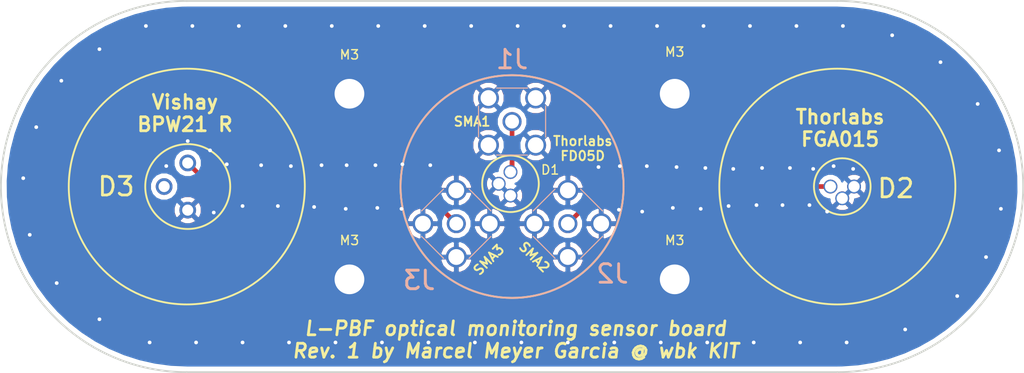
<source format=kicad_pcb>
(kicad_pcb (version 20171130) (host pcbnew 5.0.2-bee76a0~70~ubuntu18.04.1)

  (general
    (thickness 1.6)
    (drawings 15)
    (tracks 93)
    (zones 0)
    (modules 10)
    (nets 5)
  )

  (page A4)
  (layers
    (0 F.Cu signal hide)
    (31 B.Cu signal hide)
    (32 B.Adhes user)
    (33 F.Adhes user)
    (34 B.Paste user)
    (35 F.Paste user)
    (36 B.SilkS user)
    (37 F.SilkS user)
    (38 B.Mask user)
    (39 F.Mask user)
    (40 Dwgs.User user)
    (41 Cmts.User user)
    (42 Eco1.User user)
    (43 Eco2.User user)
    (44 Edge.Cuts user)
    (45 Margin user)
    (46 B.CrtYd user)
    (47 F.CrtYd user)
    (48 B.Fab user)
    (49 F.Fab user)
  )

  (setup
    (last_trace_width 0.25)
    (user_trace_width 0.5)
    (user_trace_width 1)
    (user_trace_width 2)
    (trace_clearance 0.2)
    (zone_clearance 0.508)
    (zone_45_only no)
    (trace_min 0.2)
    (segment_width 0.2)
    (edge_width 0.2)
    (via_size 0.8)
    (via_drill 0.4)
    (via_min_size 0.4)
    (via_min_drill 0.3)
    (uvia_size 0.3)
    (uvia_drill 0.1)
    (uvias_allowed no)
    (uvia_min_size 0.3)
    (uvia_min_drill 0.1)
    (pcb_text_width 0.3)
    (pcb_text_size 1.5 1.5)
    (mod_edge_width 0.15)
    (mod_text_size 1 1)
    (mod_text_width 0.15)
    (pad_size 6.4 6.4)
    (pad_drill 3.2)
    (pad_to_mask_clearance 0.051)
    (solder_mask_min_width 0.25)
    (aux_axis_origin 0 0)
    (visible_elements FFFFFF7F)
    (pcbplotparams
      (layerselection 0x010fc_ffffffff)
      (usegerberextensions false)
      (usegerberattributes false)
      (usegerberadvancedattributes false)
      (creategerberjobfile false)
      (excludeedgelayer true)
      (linewidth 0.100000)
      (plotframeref false)
      (viasonmask false)
      (mode 1)
      (useauxorigin false)
      (hpglpennumber 1)
      (hpglpenspeed 20)
      (hpglpendiameter 15.000000)
      (psnegative false)
      (psa4output false)
      (plotreference true)
      (plotvalue true)
      (plotinvisibletext false)
      (padsonsilk false)
      (subtractmaskfromsilk false)
      (outputformat 1)
      (mirror false)
      (drillshape 1)
      (scaleselection 1)
      (outputdirectory ""))
  )

  (net 0 "")
  (net 1 "Net-(D1-Pad1)")
  (net 2 GND)
  (net 3 "Net-(D2-Pad1)")
  (net 4 "Net-(D3-Pad1)")

  (net_class Default "This is the default net class."
    (clearance 0.2)
    (trace_width 0.25)
    (via_dia 0.8)
    (via_drill 0.4)
    (uvia_dia 0.3)
    (uvia_drill 0.1)
    (add_net GND)
    (add_net "Net-(D1-Pad1)")
    (add_net "Net-(D2-Pad1)")
    (add_net "Net-(D3-Pad1)")
  )

  (module my_components:STO5P_TO-5_SOCKET (layer F.Cu) (tedit 5DCC05DE) (tstamp 5DE42BB5)
    (at 100.1 100 90)
    (descr https://www.thorlabs.de/thorproduct.cfm?partnumber=STO5P)
    (path /5DCC0001)
    (fp_text reference D3 (at 0 -7.7 180) (layer F.SilkS)
      (effects (font (size 2 2) (thickness 0.3)))
    )
    (fp_text value STO5P_TO-5_SOCKET (at 0.8 6.6 90) (layer F.Fab)
      (effects (font (size 1 1) (thickness 0.15)))
    )
    (fp_circle (center 0 0) (end 4.572 0) (layer F.SilkS) (width 0.2))
    (pad 3 thru_hole circle (at 0 -2.54 90) (size 1.8 1.8) (drill 1.2) (layers *.Cu *.Mask))
    (pad 1 thru_hole circle (at 2.54 0 90) (size 1.8 1.8) (drill 1.2) (layers *.Cu *.Mask)
      (net 4 "Net-(D3-Pad1)"))
    (pad 2 thru_hole circle (at -2.54 0 90) (size 1.8 1.8) (drill 1.2) (layers *.Cu *.Mask)
      (net 2 GND))
    (model /home/marcel/PCB/my_components.pretty/STO5P-Step.step
      (offset (xyz -1.3 -0.25 1.2))
      (scale (xyz 1 1 1))
      (rotate (xyz -90 0 180))
    )
    (model /home/marcel/PCB/my_components.pretty/BPW21R_Vishay.step
      (offset (xyz 0 0 3.5))
      (scale (xyz 1 1 1))
      (rotate (xyz 0 0 -90))
    )
  )

  (module my_components:STO46P_TO-18_SOCKET (layer F.Cu) (tedit 5DCC05F5) (tstamp 5DE42BAE)
    (at 170.53 100 180)
    (descr https://www.thorlabs.de/thorproduct.cfm?partnumber=STO46P)
    (path /5DCBFE74)
    (fp_text reference D2 (at -5.77 -0.2 180) (layer F.SilkS)
      (effects (font (size 2 2) (thickness 0.3)))
    )
    (fp_text value STO46P_TO-18_SOCKET (at 0.5 7.5 180) (layer F.Fab)
      (effects (font (size 1 1) (thickness 0.15)))
    )
    (fp_circle (center 0 0) (end 3.048 0) (layer F.SilkS) (width 0.2))
    (pad 3 thru_hole circle (at 0 -1.27 180) (size 1.5 1.5) (drill 1.2) (layers *.Cu *.Mask)
      (net 2 GND))
    (pad 1 thru_hole circle (at 1.27 0 180) (size 1.5 1.5) (drill 1.2) (layers *.Cu *.Mask)
      (net 3 "Net-(D2-Pad1)"))
    (pad 2 thru_hole circle (at -1.27 0 180) (size 1.5 1.5) (drill 1.2) (layers *.Cu *.Mask)
      (net 2 GND))
    (model /home/marcel/PCB/my_components.pretty/STO46P-Step.step
      (offset (xyz -0.75 0 1.1))
      (scale (xyz 1 1 1))
      (rotate (xyz -90 0 180))
    )
    (model /home/marcel/PCB/my_components.pretty/FGA015-Step.step
      (offset (xyz 0 0 3.5))
      (scale (xyz 1 1 1))
      (rotate (xyz -90 0 90))
    )
  )

  (module my_components:STO46P_TO-18_SOCKET (layer F.Cu) (tedit 5DCBFB61) (tstamp 5DE42BA7)
    (at 134.83 99.7 90)
    (descr https://www.thorlabs.de/thorproduct.cfm?partnumber=STO46P)
    (path /5DCBFC4C)
    (fp_text reference D1 (at 1.5 4.27 180) (layer F.SilkS)
      (effects (font (size 1 1) (thickness 0.15)))
    )
    (fp_text value STO46P_TO-18_SOCKET (at 0.5 7.5 90) (layer F.Fab)
      (effects (font (size 1 1) (thickness 0.15)))
    )
    (fp_circle (center 0 0) (end 3.048 0) (layer F.SilkS) (width 0.2))
    (pad 3 thru_hole circle (at 0 -1.27 90) (size 1.5 1.5) (drill 1.2) (layers *.Cu *.Mask)
      (net 2 GND))
    (pad 1 thru_hole circle (at 1.27 0 90) (size 1.5 1.5) (drill 1.2) (layers *.Cu *.Mask)
      (net 1 "Net-(D1-Pad1)"))
    (pad 2 thru_hole circle (at -1.27 0 90) (size 1.5 1.5) (drill 1.2) (layers *.Cu *.Mask)
      (net 2 GND))
    (model /home/marcel/PCB/my_components.pretty/STO46P-Step.step
      (offset (xyz -0.75 0 1.1))
      (scale (xyz 1 1 1))
      (rotate (xyz -90 0 180))
    )
    (model /home/marcel/PCB/my_components.pretty/FD05D-Step.step
      (offset (xyz 0 0 3.5))
      (scale (xyz 1 1 1))
      (rotate (xyz -90 0 45))
    )
  )

  (module MountingHole:MountingHole_3.2mm_M3_Pad (layer F.Cu) (tedit 5DCC06A7) (tstamp 5DC54261)
    (at 117.5 110)
    (descr "Mounting Hole 3.2mm, M3")
    (tags "mounting hole 3.2mm m3")
    (attr virtual)
    (fp_text reference M3 (at 0 -4.2) (layer F.SilkS)
      (effects (font (size 1 1) (thickness 0.15)))
    )
    (fp_text value MountingHole_3.2mm_M3_Pad (at 0 4.2) (layer F.Fab)
      (effects (font (size 1 1) (thickness 0.15)))
    )
    (fp_text user %R (at 0.3 0) (layer F.Fab)
      (effects (font (size 1 1) (thickness 0.15)))
    )
    (fp_circle (center 0 0) (end 3.2 0) (layer Cmts.User) (width 0.15))
    (fp_circle (center 0 0) (end 3.45 0) (layer F.CrtYd) (width 0.05))
    (pad 1 thru_hole circle (at 0 0) (size 6.4 6.4) (drill 3.2) (layers *.Cu *.Mask)
      (net 2 GND) (zone_connect 2))
  )

  (module MountingHole:MountingHole_3.2mm_M3_Pad (layer F.Cu) (tedit 5DCC069A) (tstamp 5DC54117)
    (at 152.5 110)
    (descr "Mounting Hole 3.2mm, M3")
    (tags "mounting hole 3.2mm m3")
    (attr virtual)
    (fp_text reference M3 (at 0 -4.2) (layer F.SilkS)
      (effects (font (size 1 1) (thickness 0.15)))
    )
    (fp_text value MountingHole_3.2mm_M3_Pad (at 0 4.2) (layer F.Fab)
      (effects (font (size 1 1) (thickness 0.15)))
    )
    (fp_text user %R (at 0.3 0) (layer F.Fab)
      (effects (font (size 1 1) (thickness 0.15)))
    )
    (fp_circle (center 0 0) (end 3.2 0) (layer Cmts.User) (width 0.15))
    (fp_circle (center 0 0) (end 3.45 0) (layer F.CrtYd) (width 0.05))
    (pad 1 thru_hole circle (at 0 0) (size 6.4 6.4) (drill 3.2) (layers *.Cu *.Mask)
      (net 2 GND) (zone_connect 2))
  )

  (module MountingHole:MountingHole_3.2mm_M3_Pad (layer F.Cu) (tedit 5DCC0690) (tstamp 5DBA9FFC)
    (at 152.5 90)
    (descr "Mounting Hole 3.2mm, M3")
    (tags "mounting hole 3.2mm m3")
    (attr virtual)
    (fp_text reference M3 (at 0 -4.5) (layer F.SilkS)
      (effects (font (size 1 1) (thickness 0.15)))
    )
    (fp_text value MountingHole_3.2mm_M3_Pad (at 0 4.2) (layer F.Fab)
      (effects (font (size 1 1) (thickness 0.15)))
    )
    (fp_text user %R (at 0.3 0) (layer F.Fab)
      (effects (font (size 1 1) (thickness 0.15)))
    )
    (fp_circle (center 0 0) (end 3.2 0) (layer Cmts.User) (width 0.15))
    (fp_circle (center 0 0) (end 3.45 0) (layer F.CrtYd) (width 0.05))
    (pad 1 thru_hole circle (at 0 0) (size 6.4 6.4) (drill 3.2) (layers *.Cu *.Mask)
      (net 2 GND) (zone_connect 2))
  )

  (module Connector_Coaxial:SMA_Amphenol_132291-12_Vertical (layer B.Cu) (tedit 5DCC066E) (tstamp 5DC53166)
    (at 135 93)
    (descr https://www.amphenolrf.com/downloads/dl/file/id/1688/product/3020/132291_12_customer_drawing.pdf)
    (tags "SMA THT Female Jack Vertical Bulkhead")
    (path /5DB81412)
    (fp_text reference J1 (at 0 -6.7) (layer B.SilkS)
      (effects (font (size 2 2) (thickness 0.3)) (justify mirror))
    )
    (fp_text value Conn_Coaxial (at 0 -5) (layer B.Fab)
      (effects (font (size 1 1) (thickness 0.15)) (justify mirror))
    )
    (fp_circle (center 0 0) (end 3.175 0) (layer B.Fab) (width 0.1))
    (fp_line (start 4.17 -4.17) (end -4.17 -4.17) (layer B.CrtYd) (width 0.05))
    (fp_line (start 4.17 -4.17) (end 4.17 4.17) (layer B.CrtYd) (width 0.05))
    (fp_line (start -4.17 4.17) (end -4.17 -4.17) (layer B.CrtYd) (width 0.05))
    (fp_line (start -4.17 4.17) (end 4.17 4.17) (layer B.CrtYd) (width 0.05))
    (fp_line (start -3.5 3.5) (end 3.5 3.5) (layer B.Fab) (width 0.1))
    (fp_line (start -3.5 3.5) (end -3.5 -3.5) (layer B.Fab) (width 0.1))
    (fp_line (start -3.5 -3.5) (end 3.5 -3.5) (layer B.Fab) (width 0.1))
    (fp_line (start 3.5 3.5) (end 3.5 -3.5) (layer B.Fab) (width 0.1))
    (fp_line (start 3.61 1.66) (end 3.61 -1.66) (layer B.SilkS) (width 0.12))
    (fp_text user %R (at 0 0) (layer B.Fab)
      (effects (font (size 1 1) (thickness 0.15)) (justify mirror))
    )
    (fp_line (start -3.61 1.66) (end -3.61 -1.66) (layer B.SilkS) (width 0.12))
    (fp_line (start 1.66 3.61) (end -1.66 3.61) (layer B.SilkS) (width 0.12))
    (fp_line (start 1.66 -3.61) (end -1.66 -3.61) (layer B.SilkS) (width 0.12))
    (pad 1 thru_hole circle (at 0 0) (size 2.05 2.05) (drill 1.5) (layers *.Cu *.Mask)
      (net 1 "Net-(D1-Pad1)"))
    (pad 2 thru_hole circle (at 2.54 -2.54) (size 2.25 2.25) (drill 1.7) (layers *.Cu *.Mask)
      (net 2 GND))
    (pad 2 thru_hole circle (at 2.54 2.54) (size 2.25 2.25) (drill 1.7) (layers *.Cu *.Mask)
      (net 2 GND))
    (pad 2 thru_hole circle (at -2.54 2.54) (size 2.25 2.25) (drill 1.7) (layers *.Cu *.Mask)
      (net 2 GND))
    (pad 2 thru_hole circle (at -2.54 -2.54) (size 2.25 2.25) (drill 1.7) (layers *.Cu *.Mask)
      (net 2 GND))
    (model /home/marcel/PCB/my_components.pretty/TE_Conn_SMA_5-1814832-1.stp
      (offset (xyz 0 0 9.5))
      (scale (xyz 1 1 1))
      (rotate (xyz 0 0 0))
    )
  )

  (module Connector_Coaxial:SMA_Amphenol_132291-12_Vertical (layer B.Cu) (tedit 5DCC0645) (tstamp 5DC5317D)
    (at 141 104 45)
    (descr https://www.amphenolrf.com/downloads/dl/file/id/1688/product/3020/132291_12_customer_drawing.pdf)
    (tags "SMA THT Female Jack Vertical Bulkhead")
    (path /5DB81552)
    (fp_text reference J2 (at -0.424264 7.212489 180) (layer B.SilkS)
      (effects (font (size 2 2) (thickness 0.3)) (justify mirror))
    )
    (fp_text value Conn_Coaxial (at 0 -5 45) (layer B.Fab)
      (effects (font (size 1 1) (thickness 0.15)) (justify mirror))
    )
    (fp_line (start 1.66 -3.61) (end -1.66 -3.61) (layer B.SilkS) (width 0.12))
    (fp_line (start 1.66 3.61) (end -1.66 3.61) (layer B.SilkS) (width 0.12))
    (fp_line (start -3.61 1.66) (end -3.61 -1.66) (layer B.SilkS) (width 0.12))
    (fp_text user %R (at 0 0 45) (layer B.Fab)
      (effects (font (size 1 1) (thickness 0.15)) (justify mirror))
    )
    (fp_line (start 3.61 1.66) (end 3.61 -1.66) (layer B.SilkS) (width 0.12))
    (fp_line (start 3.5 3.5) (end 3.5 -3.5) (layer B.Fab) (width 0.1))
    (fp_line (start -3.5 -3.5) (end 3.5 -3.5) (layer B.Fab) (width 0.1))
    (fp_line (start -3.5 3.5) (end -3.5 -3.5) (layer B.Fab) (width 0.1))
    (fp_line (start -3.5 3.5) (end 3.5 3.5) (layer B.Fab) (width 0.1))
    (fp_line (start -4.17 4.17) (end 4.17 4.17) (layer B.CrtYd) (width 0.05))
    (fp_line (start -4.17 4.17) (end -4.17 -4.17) (layer B.CrtYd) (width 0.05))
    (fp_line (start 4.17 -4.17) (end 4.17 4.17) (layer B.CrtYd) (width 0.05))
    (fp_line (start 4.17 -4.17) (end -4.17 -4.17) (layer B.CrtYd) (width 0.05))
    (fp_circle (center 0 0) (end 3.175 0) (layer B.Fab) (width 0.1))
    (pad 2 thru_hole circle (at -2.54 -2.54 45) (size 2.25 2.25) (drill 1.7) (layers *.Cu *.Mask)
      (net 2 GND))
    (pad 2 thru_hole circle (at -2.54 2.54 45) (size 2.25 2.25) (drill 1.7) (layers *.Cu *.Mask)
      (net 2 GND))
    (pad 2 thru_hole circle (at 2.54 2.54 45) (size 2.25 2.25) (drill 1.7) (layers *.Cu *.Mask)
      (net 2 GND))
    (pad 2 thru_hole circle (at 2.54 -2.54 45) (size 2.25 2.25) (drill 1.7) (layers *.Cu *.Mask)
      (net 2 GND))
    (pad 1 thru_hole circle (at 0 0 45) (size 2.05 2.05) (drill 1.5) (layers *.Cu *.Mask)
      (net 3 "Net-(D2-Pad1)"))
    (model /home/marcel/PCB/my_components.pretty/TE_Conn_SMA_5-1814832-1.stp
      (offset (xyz 0 0 9.5))
      (scale (xyz 1 1 1))
      (rotate (xyz 0 0 0))
    )
  )

  (module Connector_Coaxial:SMA_Amphenol_132291-12_Vertical (layer B.Cu) (tedit 5DCC0636) (tstamp 5DC53194)
    (at 129 104 45)
    (descr https://www.amphenolrf.com/downloads/dl/file/id/1688/product/3020/132291_12_customer_drawing.pdf)
    (tags "SMA THT Female Jack Vertical Bulkhead")
    (path /5DB815B2)
    (fp_text reference J3 (at -7.141778 1.484924 180) (layer B.SilkS)
      (effects (font (size 2 2) (thickness 0.315)) (justify mirror))
    )
    (fp_text value Conn_Coaxial (at 0 -5 45) (layer B.Fab)
      (effects (font (size 1 1) (thickness 0.15)) (justify mirror))
    )
    (fp_circle (center 0 0) (end 3.175 0) (layer B.Fab) (width 0.1))
    (fp_line (start 4.17 -4.17) (end -4.17 -4.17) (layer B.CrtYd) (width 0.05))
    (fp_line (start 4.17 -4.17) (end 4.17 4.17) (layer B.CrtYd) (width 0.05))
    (fp_line (start -4.17 4.17) (end -4.17 -4.17) (layer B.CrtYd) (width 0.05))
    (fp_line (start -4.17 4.17) (end 4.17 4.17) (layer B.CrtYd) (width 0.05))
    (fp_line (start -3.5 3.5) (end 3.5 3.5) (layer B.Fab) (width 0.1))
    (fp_line (start -3.5 3.5) (end -3.5 -3.5) (layer B.Fab) (width 0.1))
    (fp_line (start -3.5 -3.5) (end 3.5 -3.5) (layer B.Fab) (width 0.1))
    (fp_line (start 3.5 3.5) (end 3.5 -3.5) (layer B.Fab) (width 0.1))
    (fp_line (start 3.61 1.66) (end 3.61 -1.66) (layer B.SilkS) (width 0.12))
    (fp_text user %R (at 0 0 45) (layer B.Fab)
      (effects (font (size 1 1) (thickness 0.15)) (justify mirror))
    )
    (fp_line (start -3.61 1.66) (end -3.61 -1.66) (layer B.SilkS) (width 0.12))
    (fp_line (start 1.66 3.61) (end -1.66 3.61) (layer B.SilkS) (width 0.12))
    (fp_line (start 1.66 -3.61) (end -1.66 -3.61) (layer B.SilkS) (width 0.12))
    (pad 1 thru_hole circle (at 0 0 45) (size 2.05 2.05) (drill 1.5) (layers *.Cu *.Mask)
      (net 4 "Net-(D3-Pad1)"))
    (pad 2 thru_hole circle (at 2.54 -2.54 45) (size 2.25 2.25) (drill 1.7) (layers *.Cu *.Mask)
      (net 2 GND))
    (pad 2 thru_hole circle (at 2.54 2.54 45) (size 2.25 2.25) (drill 1.7) (layers *.Cu *.Mask)
      (net 2 GND))
    (pad 2 thru_hole circle (at -2.54 2.54 45) (size 2.25 2.25) (drill 1.7) (layers *.Cu *.Mask)
      (net 2 GND))
    (pad 2 thru_hole circle (at -2.54 -2.54 45) (size 2.25 2.25) (drill 1.7) (layers *.Cu *.Mask)
      (net 2 GND))
    (model /home/marcel/PCB/my_components.pretty/TE_Conn_SMA_5-1814832-1.stp
      (offset (xyz 0 0 9.5))
      (scale (xyz 1 1 1))
      (rotate (xyz 0 0 0))
    )
  )

  (module MountingHole:MountingHole_3.2mm_M3_Pad (layer F.Cu) (tedit 5DCC06A1) (tstamp 5DC540F9)
    (at 117.5 90)
    (descr "Mounting Hole 3.2mm, M3")
    (tags "mounting hole 3.2mm m3")
    (attr virtual)
    (fp_text reference M3 (at 0 -4.2) (layer F.SilkS)
      (effects (font (size 1 1) (thickness 0.15)))
    )
    (fp_text value MountingHole_3.2mm_M3_Pad (at 0 4.2) (layer F.Fab)
      (effects (font (size 1 1) (thickness 0.15)))
    )
    (fp_circle (center 0 0) (end 3.45 0) (layer F.CrtYd) (width 0.05))
    (fp_circle (center 0 0) (end 3.2 0) (layer Cmts.User) (width 0.15))
    (fp_text user %R (at 0.3 0) (layer F.Fab)
      (effects (font (size 1 1) (thickness 0.15)))
    )
    (pad 1 thru_hole circle (at 0 0) (size 6.4 6.4) (drill 3.2) (layers *.Cu *.Mask)
      (net 2 GND) (zone_connect 2))
  )

  (gr_text SMA3 (at 132.5 107.9 45) (layer F.SilkS) (tstamp 5DCC1857)
    (effects (font (size 1 1) (thickness 0.2)))
  )
  (gr_text SMA2 (at 137.4 107.6 -45) (layer F.SilkS) (tstamp 5DCC17E5)
    (effects (font (size 1 1) (thickness 0.2)))
  )
  (gr_text SMA1 (at 130.7 93) (layer F.SilkS)
    (effects (font (size 1 1) (thickness 0.2)))
  )
  (gr_circle (center 135 100) (end 147 100) (layer B.SilkS) (width 0.2) (tstamp 5DCC15A7))
  (gr_circle (center 135 100) (end 147 100) (layer F.SilkS) (width 0.2))
  (gr_text "Thorlabs\nFD05D" (at 142.6 95.9) (layer F.SilkS)
    (effects (font (size 1 1) (thickness 0.2)))
  )
  (gr_text "Thorlabs\nFGA015" (at 170.3 93.7) (layer F.SilkS) (tstamp 5DCC0D73)
    (effects (font (size 1.5 1.5) (thickness 0.3)))
  )
  (gr_text "Vishay\nBPW21 R" (at 99.8 92.1) (layer F.SilkS)
    (effects (font (size 1.5 1.5) (thickness 0.3)))
  )
  (gr_text "L-PBF optical monitoring sensor board\nRev. 1 by Marcel Meyer Garcia @ wbk KIT" (at 135.4 116.5) (layer F.SilkS)
    (effects (font (size 1.5 1.5) (thickness 0.3) italic))
  )
  (gr_line (start 100 120) (end 170 120) (layer Edge.Cuts) (width 0.2))
  (gr_line (start 100 80) (end 170 80) (layer Edge.Cuts) (width 0.2))
  (gr_arc (start 170 100) (end 170 120) (angle -180) (layer Edge.Cuts) (width 0.2) (tstamp 5DC542C7))
  (gr_arc (start 100 100) (end 100 80) (angle -180) (layer Edge.Cuts) (width 0.2))
  (gr_circle (center 170 100) (end 182.7 100) (layer F.SilkS) (width 0.2) (tstamp 5DC53A18))
  (gr_circle (center 100 100) (end 112.7 100) (layer F.SilkS) (width 0.2))

  (segment (start 135 97.4) (end 135 98.26) (width 0.5) (layer F.Cu) (net 1))
  (segment (start 135 98.26) (end 134.83 98.43) (width 0.5) (layer F.Cu) (net 1))
  (segment (start 135 93) (end 135 98.26) (width 0.5) (layer F.Cu) (net 1))
  (via (at 90.6 85.2) (size 0.8) (drill 0.4) (layers F.Cu B.Cu) (net 2))
  (via (at 104.3 97.6) (size 0.8) (drill 0.4) (layers F.Cu B.Cu) (net 2))
  (via (at 102.5 96.1) (size 0.8) (drill 0.4) (layers F.Cu B.Cu) (net 2))
  (via (at 97.79 97.79) (size 0.8) (drill 0.4) (layers F.Cu B.Cu) (net 2))
  (via (at 102.9 102.8) (size 0.8) (drill 0.4) (layers F.Cu B.Cu) (net 2))
  (via (at 106 102.1) (size 0.8) (drill 0.4) (layers F.Cu B.Cu) (net 2))
  (via (at 109.8 102.1) (size 0.8) (drill 0.4) (layers F.Cu B.Cu) (net 2))
  (via (at 113.7 102.2) (size 0.8) (drill 0.4) (layers F.Cu B.Cu) (net 2))
  (via (at 108 97.7) (size 0.8) (drill 0.4) (layers F.Cu B.Cu) (net 2))
  (via (at 111.2 97.8) (size 0.8) (drill 0.4) (layers F.Cu B.Cu) (net 2))
  (via (at 114.5 97.7) (size 0.8) (drill 0.4) (layers F.Cu B.Cu) (net 2))
  (via (at 155.8 98) (size 0.8) (drill 0.4) (layers F.Cu B.Cu) (net 2))
  (via (at 158.8 98.1) (size 0.8) (drill 0.4) (layers F.Cu B.Cu) (net 2))
  (via (at 161.9 98) (size 0.8) (drill 0.4) (layers F.Cu B.Cu) (net 2))
  (via (at 164.9 98) (size 0.8) (drill 0.4) (layers F.Cu B.Cu) (net 2))
  (via (at 155.3 102.4) (size 0.8) (drill 0.4) (layers F.Cu B.Cu) (net 2))
  (via (at 158.3 102.1) (size 0.8) (drill 0.4) (layers F.Cu B.Cu) (net 2))
  (via (at 161.3 102) (size 0.8) (drill 0.4) (layers F.Cu B.Cu) (net 2))
  (via (at 164.1 102) (size 0.8) (drill 0.4) (layers F.Cu B.Cu) (net 2))
  (via (at 167 102) (size 0.8) (drill 0.4) (layers F.Cu B.Cu) (net 2))
  (via (at 167.4 98.1) (size 0.8) (drill 0.4) (layers F.Cu B.Cu) (net 2))
  (via (at 168.9 102.7) (size 0.8) (drill 0.4) (layers F.Cu B.Cu) (net 2))
  (via (at 86.5 88.6) (size 0.8) (drill 0.4) (layers F.Cu B.Cu) (net 2) (tstamp 5DC545B1))
  (via (at 83.8 93.6) (size 0.8) (drill 0.4) (layers F.Cu B.Cu) (net 2) (tstamp 5DC545B2))
  (via (at 82.4 99.1) (size 0.8) (drill 0.4) (layers F.Cu B.Cu) (net 2) (tstamp 5DC545B3))
  (via (at 95.6 82.7) (size 0.8) (drill 0.4) (layers F.Cu B.Cu) (net 2) (tstamp 5DC545B4))
  (via (at 100.6 82.7) (size 0.8) (drill 0.4) (layers F.Cu B.Cu) (net 2) (tstamp 5DC545B5))
  (via (at 105.6 82.7) (size 0.8) (drill 0.4) (layers F.Cu B.Cu) (net 2) (tstamp 5DC545B6))
  (via (at 110.6 82.7) (size 0.8) (drill 0.4) (layers F.Cu B.Cu) (net 2) (tstamp 5DC545B7))
  (via (at 115.6 82.7) (size 0.8) (drill 0.4) (layers F.Cu B.Cu) (net 2) (tstamp 5DC545B8))
  (via (at 120.6 82.7) (size 0.8) (drill 0.4) (layers F.Cu B.Cu) (net 2) (tstamp 5DC545B9))
  (via (at 125.6 82.7) (size 0.8) (drill 0.4) (layers F.Cu B.Cu) (net 2) (tstamp 5DC545BA))
  (via (at 130.6 82.7) (size 0.8) (drill 0.4) (layers F.Cu B.Cu) (net 2) (tstamp 5DC545BB))
  (via (at 135.6 82.7) (size 0.8) (drill 0.4) (layers F.Cu B.Cu) (net 2) (tstamp 5DC545BC))
  (via (at 140.6 82.7) (size 0.8) (drill 0.4) (layers F.Cu B.Cu) (net 2) (tstamp 5DC545BD))
  (via (at 145.6 82.7) (size 0.8) (drill 0.4) (layers F.Cu B.Cu) (net 2) (tstamp 5DC545BE))
  (via (at 150.6 82.7) (size 0.8) (drill 0.4) (layers F.Cu B.Cu) (net 2) (tstamp 5DC545BF))
  (via (at 155.6 82.7) (size 0.8) (drill 0.4) (layers F.Cu B.Cu) (net 2) (tstamp 5DC545C0))
  (via (at 160.6 82.7) (size 0.8) (drill 0.4) (layers F.Cu B.Cu) (net 2) (tstamp 5DC545C1))
  (via (at 165.6 82.7) (size 0.8) (drill 0.4) (layers F.Cu B.Cu) (net 2) (tstamp 5DC545C2))
  (via (at 170.6 82.7) (size 0.8) (drill 0.4) (layers F.Cu B.Cu) (net 2) (tstamp 5DC545C3))
  (via (at 83.1 105.2) (size 0.8) (drill 0.4) (layers F.Cu B.Cu) (net 2) (tstamp 5DC545E6))
  (via (at 86 110.4) (size 0.8) (drill 0.4) (layers F.Cu B.Cu) (net 2) (tstamp 5DC545E7))
  (via (at 90.6 114.3) (size 0.8) (drill 0.4) (layers F.Cu B.Cu) (net 2) (tstamp 5DC545E8))
  (via (at 96 116.8) (size 0.8) (drill 0.4) (layers F.Cu B.Cu) (net 2) (tstamp 5DC545E9))
  (via (at 101 116.8) (size 0.8) (drill 0.4) (layers F.Cu B.Cu) (net 2) (tstamp 5DC545EA))
  (via (at 106 116.8) (size 0.8) (drill 0.4) (layers F.Cu B.Cu) (net 2) (tstamp 5DC545EB))
  (via (at 111 116.8) (size 0.8) (drill 0.4) (layers F.Cu B.Cu) (net 2) (tstamp 5DC545EC))
  (via (at 116 116.8) (size 0.8) (drill 0.4) (layers F.Cu B.Cu) (net 2) (tstamp 5DC545ED))
  (via (at 121 116.8) (size 0.8) (drill 0.4) (layers F.Cu B.Cu) (net 2) (tstamp 5DC545EE))
  (via (at 126 116.8) (size 0.8) (drill 0.4) (layers F.Cu B.Cu) (net 2) (tstamp 5DC545EF))
  (via (at 131 116.8) (size 0.8) (drill 0.4) (layers F.Cu B.Cu) (net 2) (tstamp 5DC545F0))
  (via (at 136 116.8) (size 0.8) (drill 0.4) (layers F.Cu B.Cu) (net 2) (tstamp 5DC545F1))
  (via (at 141 116.8) (size 0.8) (drill 0.4) (layers F.Cu B.Cu) (net 2) (tstamp 5DC545F2))
  (via (at 146 116.8) (size 0.8) (drill 0.4) (layers F.Cu B.Cu) (net 2) (tstamp 5DC545F3))
  (via (at 151 116.8) (size 0.8) (drill 0.4) (layers F.Cu B.Cu) (net 2) (tstamp 5DC545F4))
  (via (at 156 116.8) (size 0.8) (drill 0.4) (layers F.Cu B.Cu) (net 2) (tstamp 5DC545F5))
  (via (at 161 116.8) (size 0.8) (drill 0.4) (layers F.Cu B.Cu) (net 2) (tstamp 5DC545F6))
  (via (at 166 116.8) (size 0.8) (drill 0.4) (layers F.Cu B.Cu) (net 2) (tstamp 5DC545F7))
  (via (at 171 116.8) (size 0.8) (drill 0.4) (layers F.Cu B.Cu) (net 2) (tstamp 5DC545F8))
  (via (at 175.9 83.7) (size 0.8) (drill 0.4) (layers F.Cu B.Cu) (net 2))
  (via (at 181.1 86.6) (size 0.8) (drill 0.4) (layers F.Cu B.Cu) (net 2))
  (via (at 185.1 91.1) (size 0.8) (drill 0.4) (layers F.Cu B.Cu) (net 2))
  (via (at 187.4 96.1) (size 0.8) (drill 0.4) (layers F.Cu B.Cu) (net 2))
  (via (at 187.6 102.4) (size 0.8) (drill 0.4) (layers F.Cu B.Cu) (net 2))
  (via (at 186 107.6) (size 0.8) (drill 0.4) (layers F.Cu B.Cu) (net 2))
  (via (at 182.9 111.8) (size 0.8) (drill 0.4) (layers F.Cu B.Cu) (net 2))
  (via (at 177.3 115.4) (size 0.8) (drill 0.4) (layers F.Cu B.Cu) (net 2))
  (via (at 117.2 97.7) (size 0.8) (drill 0.4) (layers F.Cu B.Cu) (net 2) (tstamp 5DBAA277))
  (via (at 120.3 97.7) (size 0.8) (drill 0.4) (layers F.Cu B.Cu) (net 2) (tstamp 5DBAA279))
  (via (at 123.2 97.6) (size 0.8) (drill 0.4) (layers F.Cu B.Cu) (net 2) (tstamp 5DBAA27B))
  (via (at 126.2 97.7) (size 0.8) (drill 0.4) (layers F.Cu B.Cu) (net 2) (tstamp 5DBAA27D))
  (via (at 117.1 102.4) (size 0.8) (drill 0.4) (layers F.Cu B.Cu) (net 2) (tstamp 5DBAA27F))
  (via (at 120.5 102.3) (size 0.8) (drill 0.4) (layers F.Cu B.Cu) (net 2) (tstamp 5DBAA281))
  (via (at 123.1 102.4) (size 0.8) (drill 0.4) (layers F.Cu B.Cu) (net 2) (tstamp 5DBAA283))
  (via (at 144.3 97.9) (size 0.8) (drill 0.4) (layers F.Cu B.Cu) (net 2) (tstamp 5DBAA285))
  (via (at 146.6 97.8) (size 0.8) (drill 0.4) (layers F.Cu B.Cu) (net 2) (tstamp 5DBAA287))
  (via (at 149.5 97.8) (size 0.8) (drill 0.4) (layers F.Cu B.Cu) (net 2) (tstamp 5DBAA289))
  (via (at 152.7 97.9) (size 0.8) (drill 0.4) (layers F.Cu B.Cu) (net 2) (tstamp 5DBAA28B))
  (via (at 152.3 102.3) (size 0.8) (drill 0.4) (layers F.Cu B.Cu) (net 2) (tstamp 5DBAA28D))
  (via (at 149 102.7) (size 0.8) (drill 0.4) (layers F.Cu B.Cu) (net 2) (tstamp 5DBAA28F))
  (via (at 146.5 102.5) (size 0.8) (drill 0.4) (layers F.Cu B.Cu) (net 2) (tstamp 5DBAA291))
  (via (at 169.6 97.8) (size 0.8) (drill 0.4) (layers F.Cu B.Cu) (net 2) (tstamp 5DCBF8A1))
  (via (at 171.7 98.1) (size 0.8) (drill 0.4) (layers F.Cu B.Cu) (net 2) (tstamp 5DE448E5))
  (via (at 100.1 95.1) (size 0.8) (drill 0.4) (layers F.Cu B.Cu) (net 2) (tstamp 5DE4491A))
  (segment (start 145 100) (end 141 104) (width 0.5) (layer F.Cu) (net 3))
  (segment (start 169.26 100) (end 145 100) (width 0.5) (layer F.Cu) (net 3))
  (segment (start 125 100) (end 129 104) (width 0.5) (layer F.Cu) (net 4))
  (segment (start 125 100) (end 102.64 100) (width 0.5) (layer F.Cu) (net 4))
  (segment (start 102.64 100) (end 100.1 97.46) (width 0.5) (layer F.Cu) (net 4))

  (zone (net 2) (net_name GND) (layer F.Cu) (tstamp 0) (hatch edge 0.508)
    (connect_pads (clearance 1))
    (min_thickness 0.5)
    (fill yes (arc_segments 16) (thermal_gap 0.508) (thermal_bridge_width 0.508))
    (polygon
      (pts
        (xy 77.45 76.75) (xy 197.35 76.85) (xy 198.3 127) (xy 76.7 123.1)
      )
    )
    (filled_polygon
      (pts
        (xy 171.657754 81.425167) (xy 173.302398 81.64607) (xy 174.92088 82.012295) (xy 176.500407 82.520946) (xy 178.028446 83.167987)
        (xy 179.492946 83.948315) (xy 180.882255 84.855723) (xy 182.18542 85.883055) (xy 183.392098 87.022161) (xy 184.492729 88.264013)
        (xy 185.47862 89.598803) (xy 186.341948 91.015939) (xy 187.075881 92.50421) (xy 187.674614 94.05184) (xy 188.133397 95.646553)
        (xy 188.448607 97.275754) (xy 188.617739 98.926506) (xy 188.63946 100.585766) (xy 188.513597 102.240386) (xy 188.241146 103.877266)
        (xy 187.824259 105.483462) (xy 187.266247 107.046227) (xy 186.571526 108.553194) (xy 185.745581 109.992461) (xy 184.794976 111.352589)
        (xy 183.727226 112.62283) (xy 182.550781 113.793131) (xy 181.274964 114.854217) (xy 179.909867 115.797693) (xy 178.466315 116.616079)
        (xy 176.955724 117.302904) (xy 175.390064 117.852725) (xy 173.781712 118.261195) (xy 172.143425 118.525072) (xy 170.466974 118.643771)
        (xy 169.991189 118.65) (xy 100.030042 118.65) (xy 98.342245 118.574833) (xy 96.697602 118.35393) (xy 95.07912 117.987705)
        (xy 93.499593 117.479054) (xy 91.971554 116.832013) (xy 90.507057 116.051686) (xy 89.117737 115.144272) (xy 87.814581 114.116945)
        (xy 86.607902 112.977839) (xy 85.507267 111.735982) (xy 84.521383 110.401202) (xy 83.658052 108.98406) (xy 83.121672 107.896389)
        (xy 127.104377 107.896389) (xy 127.365118 108.59865) (xy 127.874755 109.147673) (xy 128.5557 109.459875) (xy 128.695713 109.487725)
        (xy 128.996 109.322487) (xy 128.996 107.596102) (xy 129.004 107.596102) (xy 129.004 109.322487) (xy 129.304287 109.487725)
        (xy 130.006548 109.226984) (xy 130.555571 108.717347) (xy 130.867773 108.036402) (xy 130.895623 107.896389) (xy 139.104377 107.896389)
        (xy 139.365118 108.59865) (xy 139.874755 109.147673) (xy 140.5557 109.459875) (xy 140.695713 109.487725) (xy 140.996 109.322487)
        (xy 140.996 107.596102) (xy 141.004 107.596102) (xy 141.004 109.322487) (xy 141.304287 109.487725) (xy 142.006548 109.226984)
        (xy 142.555571 108.717347) (xy 142.867773 108.036402) (xy 142.895623 107.896389) (xy 142.730385 107.596102) (xy 141.004 107.596102)
        (xy 140.996 107.596102) (xy 139.269615 107.596102) (xy 139.104377 107.896389) (xy 130.895623 107.896389) (xy 130.730385 107.596102)
        (xy 129.004 107.596102) (xy 128.996 107.596102) (xy 127.269615 107.596102) (xy 127.104377 107.896389) (xy 83.121672 107.896389)
        (xy 82.924118 107.49579) (xy 82.325387 105.948164) (xy 81.866603 104.353444) (xy 81.857093 104.304287) (xy 123.512275 104.304287)
        (xy 123.773016 105.006548) (xy 124.282653 105.555571) (xy 124.963598 105.867773) (xy 125.103611 105.895623) (xy 125.403898 105.730385)
        (xy 125.403898 104.004) (xy 123.677513 104.004) (xy 123.512275 104.304287) (xy 81.857093 104.304287) (xy 81.721639 103.604179)
        (xy 99.041477 103.604179) (xy 99.109599 103.909976) (xy 99.709256 104.184704) (xy 100.3684 104.20904) (xy 100.986683 103.97928)
        (xy 101.090401 103.909976) (xy 101.158523 103.604179) (xy 100.1 102.545657) (xy 99.041477 103.604179) (xy 81.721639 103.604179)
        (xy 81.551393 102.724248) (xy 81.382261 101.073493) (xy 81.36261 99.572338) (xy 95.41 99.572338) (xy 95.41 100.427662)
        (xy 95.737318 101.217877) (xy 96.342123 101.822682) (xy 97.132338 102.15) (xy 97.987662 102.15) (xy 98.564402 101.911106)
        (xy 98.455296 102.149256) (xy 98.43096 102.8084) (xy 98.66072 103.426683) (xy 98.730024 103.530401) (xy 99.035821 103.598523)
        (xy 100.094343 102.54) (xy 100.105657 102.54) (xy 101.164179 103.598523) (xy 101.469976 103.530401) (xy 101.744704 102.930744)
        (xy 101.76904 102.2716) (xy 101.53928 101.653317) (xy 101.469976 101.549599) (xy 101.164179 101.481477) (xy 100.105657 102.54)
        (xy 100.094343 102.54) (xy 100.080201 102.525858) (xy 100.085858 102.520201) (xy 100.1 102.534343) (xy 101.158523 101.475821)
        (xy 101.090401 101.170024) (xy 100.490744 100.895296) (xy 99.8316 100.87096) (xy 99.470851 101.005018) (xy 99.71 100.427662)
        (xy 99.71 99.61) (xy 100.12868 99.61) (xy 101.474877 100.956197) (xy 101.558561 101.081439) (xy 102.054729 101.412968)
        (xy 102.492267 101.5) (xy 102.49227 101.5) (xy 102.639999 101.529385) (xy 102.787728 101.5) (xy 124.37868 101.5)
        (xy 125.015698 102.137018) (xy 124.40135 102.365118) (xy 123.852327 102.874755) (xy 123.540125 103.5557) (xy 123.512275 103.695713)
        (xy 123.677513 103.996) (xy 125.403898 103.996) (xy 125.403898 102.525218) (xy 125.411898 102.533218) (xy 125.411898 103.996)
        (xy 126.725 103.996) (xy 126.725 104.004) (xy 125.411898 104.004) (xy 125.411898 105.730385) (xy 125.712185 105.895623)
        (xy 126.414446 105.634882) (xy 126.963469 105.125245) (xy 126.984578 105.079203) (xy 127.071348 105.288684) (xy 127.711316 105.928652)
        (xy 127.927681 106.018273) (xy 127.444429 106.466857) (xy 127.132227 107.147802) (xy 127.104377 107.287815) (xy 127.269615 107.588102)
        (xy 128.996 107.588102) (xy 128.996 106.275) (xy 129.004 106.275) (xy 129.004 107.588102) (xy 130.730385 107.588102)
        (xy 130.895623 107.287815) (xy 130.634882 106.585554) (xy 130.125245 106.036531) (xy 130.079203 106.015422) (xy 130.288684 105.928652)
        (xy 130.928652 105.288684) (xy 131.018273 105.072319) (xy 131.466857 105.555571) (xy 132.147802 105.867773) (xy 132.287815 105.895623)
        (xy 132.588102 105.730385) (xy 132.588102 104.004) (xy 132.596102 104.004) (xy 132.596102 105.730385) (xy 132.896389 105.895623)
        (xy 133.59865 105.634882) (xy 134.147673 105.125245) (xy 134.459875 104.4443) (xy 134.487725 104.304287) (xy 135.512275 104.304287)
        (xy 135.773016 105.006548) (xy 136.282653 105.555571) (xy 136.963598 105.867773) (xy 137.103611 105.895623) (xy 137.403898 105.730385)
        (xy 137.403898 104.004) (xy 135.677513 104.004) (xy 135.512275 104.304287) (xy 134.487725 104.304287) (xy 134.322487 104.004)
        (xy 132.596102 104.004) (xy 132.588102 104.004) (xy 131.275 104.004) (xy 131.275 103.996) (xy 132.588102 103.996)
        (xy 132.588102 102.269615) (xy 132.596102 102.269615) (xy 132.596102 103.996) (xy 134.322487 103.996) (xy 134.487725 103.695713)
        (xy 135.512275 103.695713) (xy 135.677513 103.996) (xy 137.403898 103.996) (xy 137.403898 102.269615) (xy 137.411898 102.269615)
        (xy 137.411898 103.996) (xy 138.725 103.996) (xy 138.725 104.004) (xy 137.411898 104.004) (xy 137.411898 105.730385)
        (xy 137.712185 105.895623) (xy 138.414446 105.634882) (xy 138.963469 105.125245) (xy 138.984578 105.079203) (xy 139.071348 105.288684)
        (xy 139.711316 105.928652) (xy 139.927681 106.018273) (xy 139.444429 106.466857) (xy 139.132227 107.147802) (xy 139.104377 107.287815)
        (xy 139.269615 107.588102) (xy 140.996 107.588102) (xy 140.996 106.275) (xy 141.004 106.275) (xy 141.004 107.588102)
        (xy 142.730385 107.588102) (xy 142.895623 107.287815) (xy 142.634882 106.585554) (xy 142.125245 106.036531) (xy 142.079203 106.015422)
        (xy 142.288684 105.928652) (xy 142.928652 105.288684) (xy 143.018273 105.072319) (xy 143.466857 105.555571) (xy 144.147802 105.867773)
        (xy 144.287815 105.895623) (xy 144.588102 105.730385) (xy 144.588102 104.004) (xy 144.596102 104.004) (xy 144.596102 105.730385)
        (xy 144.896389 105.895623) (xy 145.59865 105.634882) (xy 146.147673 105.125245) (xy 146.459875 104.4443) (xy 146.487725 104.304287)
        (xy 146.322487 104.004) (xy 144.596102 104.004) (xy 144.588102 104.004) (xy 143.275 104.004) (xy 143.275 103.996)
        (xy 144.588102 103.996) (xy 144.588102 102.533219) (xy 144.596102 102.525219) (xy 144.596102 103.996) (xy 146.322487 103.996)
        (xy 146.487725 103.695713) (xy 146.226984 102.993452) (xy 145.717347 102.444429) (xy 145.036402 102.132227) (xy 144.996943 102.124378)
        (xy 145.621321 101.5) (xy 167.931573 101.5) (xy 168.127091 101.695518) (xy 168.862175 102) (xy 169.192573 102)
        (xy 169.221123 102.076773) (xy 169.283754 102.170506) (xy 169.573965 102.220378) (xy 169.890876 101.903467) (xy 169.91019 101.895467)
        (xy 169.579622 102.226035) (xy 169.629494 102.516246) (xy 170.174958 102.76599) (xy 170.774475 102.787983) (xy 171.336773 102.578877)
        (xy 171.430506 102.516246) (xy 171.480378 102.226035) (xy 170.671385 101.417042) (xy 170.677042 101.411385) (xy 171.486035 102.220378)
        (xy 171.776246 102.170506) (xy 172.02599 101.625042) (xy 172.029937 101.51745) (xy 172.044475 101.517983) (xy 172.606773 101.308877)
        (xy 172.700506 101.246246) (xy 172.750378 100.956035) (xy 171.8 100.005657) (xy 171.785858 100.019799) (xy 171.780201 100.014142)
        (xy 171.794343 100) (xy 171.805657 100) (xy 172.756035 100.950378) (xy 173.046246 100.900506) (xy 173.29599 100.355042)
        (xy 173.317983 99.755525) (xy 173.108877 99.193227) (xy 173.046246 99.099494) (xy 172.756035 99.049622) (xy 171.805657 100)
        (xy 171.794343 100) (xy 171.780201 99.985858) (xy 171.785858 99.980201) (xy 171.8 99.994343) (xy 172.750378 99.043965)
        (xy 172.700506 98.753754) (xy 172.155042 98.50401) (xy 171.555525 98.482017) (xy 170.993227 98.691123) (xy 170.899494 98.753754)
        (xy 170.891089 98.802662) (xy 170.392909 98.304482) (xy 169.657825 98) (xy 168.862175 98) (xy 168.127091 98.304482)
        (xy 167.931573 98.5) (xy 145.147728 98.5) (xy 144.999999 98.470615) (xy 144.85227 98.5) (xy 144.852267 98.5)
        (xy 144.45537 98.578948) (xy 144.414729 98.587032) (xy 144.043802 98.834877) (xy 144.0438 98.834879) (xy 143.918561 98.918561)
        (xy 143.834879 99.0438) (xy 142.862982 100.015697) (xy 142.634882 99.40135) (xy 142.125245 98.852327) (xy 141.4443 98.540125)
        (xy 141.304287 98.512275) (xy 141.004 98.677513) (xy 141.004 100.403898) (xy 142.474781 100.403898) (xy 142.466781 100.411898)
        (xy 141.004 100.411898) (xy 141.004 101.725) (xy 140.996 101.725) (xy 140.996 100.411898) (xy 139.269615 100.411898)
        (xy 139.104377 100.712185) (xy 139.365118 101.414446) (xy 139.874755 101.963469) (xy 139.920797 101.984578) (xy 139.711316 102.071348)
        (xy 139.071348 102.711316) (xy 138.981727 102.927681) (xy 138.533143 102.444429) (xy 137.852198 102.132227) (xy 137.712185 102.104377)
        (xy 137.411898 102.269615) (xy 137.403898 102.269615) (xy 137.103611 102.104377) (xy 136.40135 102.365118) (xy 135.852327 102.874755)
        (xy 135.540125 103.5557) (xy 135.512275 103.695713) (xy 134.487725 103.695713) (xy 134.226984 102.993452) (xy 133.717347 102.444429)
        (xy 133.036402 102.132227) (xy 132.896389 102.104377) (xy 132.596102 102.269615) (xy 132.588102 102.269615) (xy 132.287815 102.104377)
        (xy 131.585554 102.365118) (xy 131.036531 102.874755) (xy 131.015422 102.920797) (xy 130.928652 102.711316) (xy 130.288684 102.071348)
        (xy 130.072319 101.981727) (xy 130.132315 101.926035) (xy 133.879622 101.926035) (xy 133.929494 102.216246) (xy 134.474958 102.46599)
        (xy 135.074475 102.487983) (xy 135.636773 102.278877) (xy 135.730506 102.216246) (xy 135.780378 101.926035) (xy 134.83 100.975657)
        (xy 133.879622 101.926035) (xy 130.132315 101.926035) (xy 130.555571 101.533143) (xy 130.867773 100.852198) (xy 130.895623 100.712185)
        (xy 130.730385 100.411898) (xy 129.004 100.411898) (xy 129.004 101.725) (xy 128.996 101.725) (xy 128.996 100.411898)
        (xy 127.533218 100.411898) (xy 127.525218 100.403898) (xy 128.996 100.403898) (xy 128.996 98.677513) (xy 129.004 98.677513)
        (xy 129.004 100.403898) (xy 130.730385 100.403898) (xy 130.895623 100.103611) (xy 130.634882 99.40135) (xy 130.125245 98.852327)
        (xy 129.4443 98.540125) (xy 129.304287 98.512275) (xy 129.004 98.677513) (xy 128.996 98.677513) (xy 128.695713 98.512275)
        (xy 127.993452 98.773016) (xy 127.444429 99.282653) (xy 127.132227 99.963598) (xy 127.124378 100.003058) (xy 126.165122 99.043802)
        (xy 126.081439 98.918561) (xy 125.585271 98.587032) (xy 125.147733 98.5) (xy 125.147729 98.5) (xy 125 98.470615)
        (xy 124.852271 98.5) (xy 103.26132 98.5) (xy 102.25 97.48868) (xy 102.25 97.032338) (xy 101.922682 96.242123)
        (xy 101.524845 95.844286) (xy 130.564377 95.844286) (xy 130.825118 96.546547) (xy 130.904429 96.665244) (xy 131.233605 96.760739)
        (xy 132.454343 95.54) (xy 131.233605 94.319261) (xy 130.904429 94.414756) (xy 130.592227 95.095701) (xy 130.564377 95.844286)
        (xy 101.524845 95.844286) (xy 101.317877 95.637318) (xy 100.527662 95.31) (xy 99.672338 95.31) (xy 98.882123 95.637318)
        (xy 98.277318 96.242123) (xy 97.95 97.032338) (xy 97.95 97.85) (xy 97.132338 97.85) (xy 96.342123 98.177318)
        (xy 95.737318 98.782123) (xy 95.41 99.572338) (xy 81.36261 99.572338) (xy 81.36054 99.414234) (xy 81.486404 97.759604)
        (xy 81.758855 96.122732) (xy 82.17574 94.51654) (xy 82.733753 92.953773) (xy 83.318022 91.686395) (xy 131.239261 91.686395)
        (xy 131.334756 92.015571) (xy 132.015701 92.327773) (xy 132.764286 92.355623) (xy 132.81177 92.337993) (xy 132.725 92.547474)
        (xy 132.725 93.452526) (xy 132.814621 93.668891) (xy 132.155714 93.644377) (xy 131.453453 93.905118) (xy 131.334756 93.984429)
        (xy 131.239261 94.313605) (xy 132.46 95.534343) (xy 132.474142 95.520201) (xy 132.479799 95.525858) (xy 132.465657 95.54)
        (xy 132.479799 95.554142) (xy 132.474142 95.559799) (xy 132.46 95.545657) (xy 131.239261 96.766395) (xy 131.334756 97.095571)
        (xy 132.015701 97.407773) (xy 132.764286 97.435623) (xy 133.133952 97.29837) (xy 132.83 98.032175) (xy 132.83 98.362573)
        (xy 132.753227 98.391123) (xy 132.659494 98.453754) (xy 132.609622 98.743965) (xy 132.926533 99.060876) (xy 132.934533 99.08019)
        (xy 132.603965 98.749622) (xy 132.313754 98.799494) (xy 132.06401 99.344958) (xy 132.042017 99.944475) (xy 132.251123 100.506773)
        (xy 132.313754 100.600506) (xy 132.603965 100.650378) (xy 133.412958 99.841385) (xy 133.418615 99.847042) (xy 132.609622 100.656035)
        (xy 132.659494 100.946246) (xy 133.204958 101.19599) (xy 133.31255 101.199937) (xy 133.312017 101.214475) (xy 133.521123 101.776773)
        (xy 133.583754 101.870506) (xy 133.873965 101.920378) (xy 134.824343 100.97) (xy 134.810201 100.955858) (xy 134.815858 100.950201)
        (xy 134.83 100.964343) (xy 134.844142 100.950201) (xy 134.849799 100.955858) (xy 134.835657 100.97) (xy 135.786035 101.920378)
        (xy 136.076246 101.870506) (xy 136.32599 101.325042) (xy 136.347983 100.725525) (xy 136.138877 100.163227) (xy 136.099043 100.103611)
        (xy 139.104377 100.103611) (xy 139.269615 100.403898) (xy 140.996 100.403898) (xy 140.996 98.677513) (xy 140.695713 98.512275)
        (xy 139.993452 98.773016) (xy 139.444429 99.282653) (xy 139.132227 99.963598) (xy 139.104377 100.103611) (xy 136.099043 100.103611)
        (xy 136.076246 100.069494) (xy 136.027338 100.061089) (xy 136.525518 99.562909) (xy 136.83 98.827825) (xy 136.83 98.032175)
        (xy 136.525518 97.297091) (xy 136.5 97.271573) (xy 136.5 97.134654) (xy 137.095701 97.407773) (xy 137.844286 97.435623)
        (xy 138.546547 97.174882) (xy 138.665244 97.095571) (xy 138.760739 96.766395) (xy 137.54 95.545657) (xy 137.525858 95.559799)
        (xy 137.520201 95.554142) (xy 137.534343 95.54) (xy 137.545657 95.54) (xy 138.766395 96.760739) (xy 139.095571 96.665244)
        (xy 139.407773 95.984299) (xy 139.435623 95.235714) (xy 139.174882 94.533453) (xy 139.095571 94.414756) (xy 138.766395 94.319261)
        (xy 137.545657 95.54) (xy 137.534343 95.54) (xy 137.520201 95.525858) (xy 137.525858 95.520201) (xy 137.54 95.534343)
        (xy 138.760739 94.313605) (xy 138.665244 93.984429) (xy 137.984299 93.672227) (xy 137.235714 93.644377) (xy 137.18823 93.662007)
        (xy 137.275 93.452526) (xy 137.275 92.547474) (xy 137.185379 92.331109) (xy 137.844286 92.355623) (xy 138.546547 92.094882)
        (xy 138.665244 92.015571) (xy 138.760739 91.686395) (xy 137.54 90.465657) (xy 137.525858 90.479799) (xy 137.520201 90.474142)
        (xy 137.534343 90.46) (xy 137.545657 90.46) (xy 138.766395 91.680739) (xy 139.095571 91.585244) (xy 139.407773 90.904299)
        (xy 139.435623 90.155714) (xy 139.174882 89.453453) (xy 139.095571 89.334756) (xy 138.766395 89.239261) (xy 137.545657 90.46)
        (xy 137.534343 90.46) (xy 136.313605 89.239261) (xy 135.984429 89.334756) (xy 135.672227 90.015701) (xy 135.644377 90.764286)
        (xy 135.662007 90.81177) (xy 135.452526 90.725) (xy 134.547474 90.725) (xy 134.331109 90.814621) (xy 134.355623 90.155714)
        (xy 134.094882 89.453453) (xy 134.015571 89.334756) (xy 133.686395 89.239261) (xy 132.465657 90.46) (xy 132.479799 90.474142)
        (xy 132.474142 90.479799) (xy 132.46 90.465657) (xy 131.239261 91.686395) (xy 83.318022 91.686395) (xy 83.428474 91.446806)
        (xy 83.820147 90.764286) (xy 130.564377 90.764286) (xy 130.825118 91.466547) (xy 130.904429 91.585244) (xy 131.233605 91.680739)
        (xy 132.454343 90.46) (xy 131.233605 89.239261) (xy 130.904429 89.334756) (xy 130.592227 90.015701) (xy 130.564377 90.764286)
        (xy 83.820147 90.764286) (xy 84.254409 90.007554) (xy 84.795328 89.233605) (xy 131.239261 89.233605) (xy 132.46 90.454343)
        (xy 133.680739 89.233605) (xy 136.319261 89.233605) (xy 137.54 90.454343) (xy 138.760739 89.233605) (xy 138.665244 88.904429)
        (xy 137.984299 88.592227) (xy 137.235714 88.564377) (xy 136.533453 88.825118) (xy 136.414756 88.904429) (xy 136.319261 89.233605)
        (xy 133.680739 89.233605) (xy 133.585244 88.904429) (xy 132.904299 88.592227) (xy 132.155714 88.564377) (xy 131.453453 88.825118)
        (xy 131.334756 88.904429) (xy 131.239261 89.233605) (xy 84.795328 89.233605) (xy 85.205024 88.647411) (xy 86.272769 87.377175)
        (xy 87.449219 86.206869) (xy 88.725037 85.145783) (xy 90.090121 84.202314) (xy 91.533677 83.383925) (xy 93.044285 82.697092)
        (xy 94.609939 82.147274) (xy 96.21829 81.738805) (xy 97.856575 81.474928) (xy 99.533026 81.356229) (xy 100.008811 81.35)
        (xy 169.969958 81.35)
      )
    )
  )
  (zone (net 2) (net_name GND) (layer B.Cu) (tstamp 0) (hatch edge 0.508)
    (connect_pads (clearance 0.508))
    (min_thickness 0.254)
    (fill yes (arc_segments 16) (thermal_gap 0.508) (thermal_bridge_width 0.508))
    (polygon
      (pts
        (xy 71.85 70.2) (xy 204.35 72.2) (xy 206.8 135.8) (xy 71.5 127.4)
      )
    )
    (filled_polygon
      (pts
        (xy 171.712486 80.811995) (xy 173.4114 81.040187) (xy 175.083327 81.418506) (xy 176.714994 81.943948) (xy 178.293479 82.61235)
        (xy 179.80631 83.418431) (xy 181.241497 84.355803) (xy 182.587672 85.417042) (xy 183.834181 86.593748) (xy 184.97115 87.8766)
        (xy 185.989582 89.255447) (xy 186.881413 90.719371) (xy 187.639573 92.256769) (xy 188.25807 93.855487) (xy 188.731997 95.502844)
        (xy 189.057612 97.185821) (xy 189.232327 98.891068) (xy 189.254765 100.605101) (xy 189.124747 102.314348) (xy 188.843303 104.005256)
        (xy 188.412655 105.664474) (xy 187.836221 107.278831) (xy 187.118566 108.835546) (xy 186.265359 110.322319) (xy 185.28338 111.727338)
        (xy 184.180374 113.039523) (xy 182.965096 114.248454) (xy 181.647159 115.344569) (xy 180.237008 116.319185) (xy 178.7458 117.16459)
        (xy 177.185344 117.874087) (xy 175.567996 118.44206) (xy 173.906542 118.864015) (xy 172.214191 119.136601) (xy 170.492739 119.258486)
        (xy 169.99519 119.265) (xy 100.016354 119.265) (xy 98.287514 119.188005) (xy 96.5886 118.959813) (xy 94.916673 118.581494)
        (xy 93.285019 118.056057) (xy 91.70652 117.38765) (xy 90.19369 116.581569) (xy 88.758503 115.644197) (xy 87.412328 114.582958)
        (xy 86.165819 113.406252) (xy 85.02885 112.1234) (xy 84.010421 110.744558) (xy 83.118587 109.280629) (xy 82.485845 107.997553)
        (xy 127.251925 107.997553) (xy 127.540149 108.635649) (xy 128.050622 109.114875) (xy 128.594549 109.340177) (xy 128.873 109.222894)
        (xy 128.873 107.719102) (xy 129.127 107.719102) (xy 129.127 109.222894) (xy 129.405451 109.340177) (xy 130.043547 109.051953)
        (xy 130.522773 108.54148) (xy 130.748075 107.997553) (xy 139.251925 107.997553) (xy 139.540149 108.635649) (xy 140.050622 109.114875)
        (xy 140.594549 109.340177) (xy 140.873 109.222894) (xy 140.873 107.719102) (xy 141.127 107.719102) (xy 141.127 109.222894)
        (xy 141.405451 109.340177) (xy 142.043547 109.051953) (xy 142.522773 108.54148) (xy 142.748075 107.997553) (xy 142.630792 107.719102)
        (xy 141.127 107.719102) (xy 140.873 107.719102) (xy 139.369208 107.719102) (xy 139.251925 107.997553) (xy 130.748075 107.997553)
        (xy 130.630792 107.719102) (xy 129.127 107.719102) (xy 128.873 107.719102) (xy 127.369208 107.719102) (xy 127.251925 107.997553)
        (xy 82.485845 107.997553) (xy 82.360429 107.743236) (xy 82.145103 107.186651) (xy 127.251925 107.186651) (xy 127.369208 107.465102)
        (xy 128.873 107.465102) (xy 128.873 105.96131) (xy 129.127 105.96131) (xy 129.127 107.465102) (xy 130.630792 107.465102)
        (xy 130.748075 107.186651) (xy 139.251925 107.186651) (xy 139.369208 107.465102) (xy 140.873 107.465102) (xy 140.873 105.96131)
        (xy 141.127 105.96131) (xy 141.127 107.465102) (xy 142.630792 107.465102) (xy 142.748075 107.186651) (xy 142.459851 106.548555)
        (xy 141.949378 106.069329) (xy 141.405451 105.844027) (xy 141.127 105.96131) (xy 140.873 105.96131) (xy 140.594549 105.844027)
        (xy 139.956453 106.132251) (xy 139.477227 106.642724) (xy 139.251925 107.186651) (xy 130.748075 107.186651) (xy 130.459851 106.548555)
        (xy 129.949378 106.069329) (xy 129.405451 105.844027) (xy 129.127 105.96131) (xy 128.873 105.96131) (xy 128.594549 105.844027)
        (xy 127.956453 106.132251) (xy 127.477227 106.642724) (xy 127.251925 107.186651) (xy 82.145103 107.186651) (xy 81.74193 106.144513)
        (xy 81.268003 104.497156) (xy 81.250261 104.405451) (xy 123.659823 104.405451) (xy 123.948047 105.043547) (xy 124.45852 105.522773)
        (xy 125.002447 105.748075) (xy 125.280898 105.630792) (xy 125.280898 104.127) (xy 125.534898 104.127) (xy 125.534898 105.630792)
        (xy 125.813349 105.748075) (xy 126.451445 105.459851) (xy 126.930671 104.949378) (xy 127.155973 104.405451) (xy 127.03869 104.127)
        (xy 125.534898 104.127) (xy 125.280898 104.127) (xy 123.777106 104.127) (xy 123.659823 104.405451) (xy 81.250261 104.405451)
        (xy 81.098326 103.620159) (xy 99.199446 103.620159) (xy 99.285852 103.876643) (xy 99.859336 104.086458) (xy 100.46946 104.060839)
        (xy 100.914148 103.876643) (xy 101.000554 103.620159) (xy 100.974944 103.594549) (xy 123.659823 103.594549) (xy 123.777106 103.873)
        (xy 125.280898 103.873) (xy 125.280898 102.369208) (xy 125.534898 102.369208) (xy 125.534898 103.873) (xy 127.03869 103.873)
        (xy 127.124274 103.669806) (xy 127.34 103.669806) (xy 127.34 104.330194) (xy 127.59272 104.940314) (xy 128.059686 105.40728)
        (xy 128.669806 105.66) (xy 129.330194 105.66) (xy 129.940314 105.40728) (xy 130.40728 104.940314) (xy 130.628827 104.405451)
        (xy 130.844027 104.405451) (xy 131.132251 105.043547) (xy 131.642724 105.522773) (xy 132.186651 105.748075) (xy 132.465102 105.630792)
        (xy 132.465102 104.127) (xy 132.719102 104.127) (xy 132.719102 105.630792) (xy 132.997553 105.748075) (xy 133.635649 105.459851)
        (xy 134.114875 104.949378) (xy 134.340177 104.405451) (xy 135.659823 104.405451) (xy 135.948047 105.043547) (xy 136.45852 105.522773)
        (xy 137.002447 105.748075) (xy 137.280898 105.630792) (xy 137.280898 104.127) (xy 137.534898 104.127) (xy 137.534898 105.630792)
        (xy 137.813349 105.748075) (xy 138.451445 105.459851) (xy 138.930671 104.949378) (xy 139.155973 104.405451) (xy 139.03869 104.127)
        (xy 137.534898 104.127) (xy 137.280898 104.127) (xy 135.777106 104.127) (xy 135.659823 104.405451) (xy 134.340177 104.405451)
        (xy 134.222894 104.127) (xy 132.719102 104.127) (xy 132.465102 104.127) (xy 130.96131 104.127) (xy 130.844027 104.405451)
        (xy 130.628827 104.405451) (xy 130.66 104.330194) (xy 130.66 103.669806) (xy 130.628828 103.594549) (xy 130.844027 103.594549)
        (xy 130.96131 103.873) (xy 132.465102 103.873) (xy 132.465102 102.369208) (xy 132.719102 102.369208) (xy 132.719102 103.873)
        (xy 134.222894 103.873) (xy 134.340177 103.594549) (xy 135.659823 103.594549) (xy 135.777106 103.873) (xy 137.280898 103.873)
        (xy 137.280898 102.369208) (xy 137.534898 102.369208) (xy 137.534898 103.873) (xy 139.03869 103.873) (xy 139.124274 103.669806)
        (xy 139.34 103.669806) (xy 139.34 104.330194) (xy 139.59272 104.940314) (xy 140.059686 105.40728) (xy 140.669806 105.66)
        (xy 141.330194 105.66) (xy 141.940314 105.40728) (xy 142.40728 104.940314) (xy 142.628827 104.405451) (xy 142.844027 104.405451)
        (xy 143.132251 105.043547) (xy 143.642724 105.522773) (xy 144.186651 105.748075) (xy 144.465102 105.630792) (xy 144.465102 104.127)
        (xy 144.719102 104.127) (xy 144.719102 105.630792) (xy 144.997553 105.748075) (xy 145.635649 105.459851) (xy 146.114875 104.949378)
        (xy 146.340177 104.405451) (xy 146.222894 104.127) (xy 144.719102 104.127) (xy 144.465102 104.127) (xy 142.96131 104.127)
        (xy 142.844027 104.405451) (xy 142.628827 104.405451) (xy 142.66 104.330194) (xy 142.66 103.669806) (xy 142.628828 103.594549)
        (xy 142.844027 103.594549) (xy 142.96131 103.873) (xy 144.465102 103.873) (xy 144.465102 102.369208) (xy 144.719102 102.369208)
        (xy 144.719102 103.873) (xy 146.222894 103.873) (xy 146.340177 103.594549) (xy 146.051953 102.956453) (xy 145.54148 102.477227)
        (xy 144.997553 102.251925) (xy 144.719102 102.369208) (xy 144.465102 102.369208) (xy 144.186651 102.251925) (xy 143.548555 102.540149)
        (xy 143.069329 103.050622) (xy 142.844027 103.594549) (xy 142.628828 103.594549) (xy 142.40728 103.059686) (xy 141.940314 102.59272)
        (xy 141.330194 102.34) (xy 140.669806 102.34) (xy 140.059686 102.59272) (xy 139.59272 103.059686) (xy 139.34 103.669806)
        (xy 139.124274 103.669806) (xy 139.155973 103.594549) (xy 138.867749 102.956453) (xy 138.357276 102.477227) (xy 137.813349 102.251925)
        (xy 137.534898 102.369208) (xy 137.280898 102.369208) (xy 137.002447 102.251925) (xy 136.364351 102.540149) (xy 135.885125 103.050622)
        (xy 135.659823 103.594549) (xy 134.340177 103.594549) (xy 134.051953 102.956453) (xy 133.54148 102.477227) (xy 132.997553 102.251925)
        (xy 132.719102 102.369208) (xy 132.465102 102.369208) (xy 132.186651 102.251925) (xy 131.548555 102.540149) (xy 131.069329 103.050622)
        (xy 130.844027 103.594549) (xy 130.628828 103.594549) (xy 130.40728 103.059686) (xy 129.940314 102.59272) (xy 129.330194 102.34)
        (xy 128.669806 102.34) (xy 128.059686 102.59272) (xy 127.59272 103.059686) (xy 127.34 103.669806) (xy 127.124274 103.669806)
        (xy 127.155973 103.594549) (xy 126.867749 102.956453) (xy 126.357276 102.477227) (xy 125.813349 102.251925) (xy 125.534898 102.369208)
        (xy 125.280898 102.369208) (xy 125.002447 102.251925) (xy 124.364351 102.540149) (xy 123.885125 103.050622) (xy 123.659823 103.594549)
        (xy 100.974944 103.594549) (xy 100.1 102.719605) (xy 99.199446 103.620159) (xy 81.098326 103.620159) (xy 80.942388 102.814181)
        (xy 80.889639 102.299336) (xy 98.553542 102.299336) (xy 98.579161 102.90946) (xy 98.763357 103.354148) (xy 99.019841 103.440554)
        (xy 99.920395 102.54) (xy 100.279605 102.54) (xy 101.180159 103.440554) (xy 101.436643 103.354148) (xy 101.646458 102.780664)
        (xy 101.620839 102.17054) (xy 101.436643 101.725852) (xy 101.180159 101.639446) (xy 100.279605 102.54) (xy 99.920395 102.54)
        (xy 99.019841 101.639446) (xy 98.763357 101.725852) (xy 98.553542 102.299336) (xy 80.889639 102.299336) (xy 80.767673 101.108932)
        (xy 80.74916 99.69467) (xy 96.025 99.69467) (xy 96.025 100.30533) (xy 96.25869 100.869507) (xy 96.690493 101.30131)
        (xy 97.25467 101.535) (xy 97.86533 101.535) (xy 98.046779 101.459841) (xy 99.199446 101.459841) (xy 100.1 102.360395)
        (xy 101.000554 101.459841) (xy 100.914148 101.203357) (xy 100.340664 100.993542) (xy 99.73054 101.019161) (xy 99.285852 101.203357)
        (xy 99.199446 101.459841) (xy 98.046779 101.459841) (xy 98.429507 101.30131) (xy 98.86131 100.869507) (xy 98.884571 100.813349)
        (xy 127.251925 100.813349) (xy 127.540149 101.451445) (xy 128.050622 101.930671) (xy 128.594549 102.155973) (xy 128.873 102.03869)
        (xy 128.873 100.534898) (xy 129.127 100.534898) (xy 129.127 102.03869) (xy 129.405451 102.155973) (xy 129.880232 101.941517)
        (xy 134.038088 101.941517) (xy 134.106077 102.18246) (xy 134.625171 102.367201) (xy 135.175448 102.33923) (xy 135.411347 102.241517)
        (xy 169.738088 102.241517) (xy 169.806077 102.48246) (xy 170.325171 102.667201) (xy 170.875448 102.63923) (xy 171.253923 102.48246)
        (xy 171.321912 102.241517) (xy 170.53 101.449605) (xy 169.738088 102.241517) (xy 135.411347 102.241517) (xy 135.553923 102.18246)
        (xy 135.621912 101.941517) (xy 134.83 101.149605) (xy 134.038088 101.941517) (xy 129.880232 101.941517) (xy 130.043547 101.867749)
        (xy 130.522773 101.357276) (xy 130.748075 100.813349) (xy 130.688336 100.671517) (xy 132.768088 100.671517) (xy 132.836077 100.91246)
        (xy 133.355171 101.097201) (xy 133.449433 101.09241) (xy 133.46077 101.315448) (xy 133.61754 101.693923) (xy 133.858483 101.761912)
        (xy 134.650395 100.97) (xy 135.009605 100.97) (xy 135.801517 101.761912) (xy 136.04246 101.693923) (xy 136.227201 101.174829)
        (xy 136.208827 100.813349) (xy 139.251925 100.813349) (xy 139.540149 101.451445) (xy 140.050622 101.930671) (xy 140.594549 102.155973)
        (xy 140.873 102.03869) (xy 140.873 100.534898) (xy 141.127 100.534898) (xy 141.127 102.03869) (xy 141.405451 102.155973)
        (xy 142.043547 101.867749) (xy 142.522773 101.357276) (xy 142.748075 100.813349) (xy 142.630792 100.534898) (xy 141.127 100.534898)
        (xy 140.873 100.534898) (xy 139.369208 100.534898) (xy 139.251925 100.813349) (xy 136.208827 100.813349) (xy 136.19923 100.624552)
        (xy 136.04246 100.246077) (xy 135.801517 100.178088) (xy 135.009605 100.97) (xy 134.650395 100.97) (xy 133.56 99.879605)
        (xy 132.768088 100.671517) (xy 130.688336 100.671517) (xy 130.630792 100.534898) (xy 129.127 100.534898) (xy 128.873 100.534898)
        (xy 127.369208 100.534898) (xy 127.251925 100.813349) (xy 98.884571 100.813349) (xy 99.095 100.30533) (xy 99.095 100.002447)
        (xy 127.251925 100.002447) (xy 127.369208 100.280898) (xy 128.873 100.280898) (xy 128.873 98.777106) (xy 129.127 98.777106)
        (xy 129.127 100.280898) (xy 130.630792 100.280898) (xy 130.748075 100.002447) (xy 130.518942 99.495171) (xy 132.162799 99.495171)
        (xy 132.19077 100.045448) (xy 132.34754 100.423923) (xy 132.588483 100.491912) (xy 133.380395 99.7) (xy 132.588483 98.908088)
        (xy 132.34754 98.976077) (xy 132.162799 99.495171) (xy 130.518942 99.495171) (xy 130.459851 99.364351) (xy 129.949378 98.885125)
        (xy 129.571211 98.728483) (xy 132.768088 98.728483) (xy 133.56 99.520395) (xy 133.574143 99.506253) (xy 133.753748 99.685858)
        (xy 133.739605 99.7) (xy 134.83 100.790395) (xy 135.617948 100.002447) (xy 139.251925 100.002447) (xy 139.369208 100.280898)
        (xy 140.873 100.280898) (xy 140.873 98.777106) (xy 141.127 98.777106) (xy 141.127 100.280898) (xy 142.630792 100.280898)
        (xy 142.748075 100.002447) (xy 142.622531 99.724506) (xy 167.875 99.724506) (xy 167.875 100.275494) (xy 168.085853 100.78454)
        (xy 168.47546 101.174147) (xy 168.984506 101.385) (xy 169.149056 101.385) (xy 169.16077 101.615448) (xy 169.31754 101.993923)
        (xy 169.558483 102.061912) (xy 170.350395 101.27) (xy 170.709605 101.27) (xy 171.501517 102.061912) (xy 171.74246 101.993923)
        (xy 171.927201 101.474829) (xy 171.92241 101.380567) (xy 172.145448 101.36923) (xy 172.523923 101.21246) (xy 172.591912 100.971517)
        (xy 171.8 100.179605) (xy 170.709605 101.27) (xy 170.350395 101.27) (xy 170.336253 101.255858) (xy 170.515858 101.076253)
        (xy 170.53 101.090395) (xy 171.620395 100) (xy 171.979605 100) (xy 172.771517 100.791912) (xy 173.01246 100.723923)
        (xy 173.197201 100.204829) (xy 173.16923 99.654552) (xy 173.01246 99.276077) (xy 172.771517 99.208088) (xy 171.979605 100)
        (xy 171.620395 100) (xy 170.828483 99.208088) (xy 170.58754 99.276077) (xy 170.528255 99.442658) (xy 170.434147 99.21546)
        (xy 170.24717 99.028483) (xy 171.008088 99.028483) (xy 171.8 99.820395) (xy 172.591912 99.028483) (xy 172.523923 98.78754)
        (xy 172.004829 98.602799) (xy 171.454552 98.63077) (xy 171.076077 98.78754) (xy 171.008088 99.028483) (xy 170.24717 99.028483)
        (xy 170.04454 98.825853) (xy 169.535494 98.615) (xy 168.984506 98.615) (xy 168.47546 98.825853) (xy 168.085853 99.21546)
        (xy 167.875 99.724506) (xy 142.622531 99.724506) (xy 142.459851 99.364351) (xy 141.949378 98.885125) (xy 141.405451 98.659823)
        (xy 141.127 98.777106) (xy 140.873 98.777106) (xy 140.594549 98.659823) (xy 139.956453 98.948047) (xy 139.477227 99.45852)
        (xy 139.251925 100.002447) (xy 135.617948 100.002447) (xy 135.621912 99.998483) (xy 135.553923 99.75754) (xy 135.387342 99.698255)
        (xy 135.61454 99.604147) (xy 136.004147 99.21454) (xy 136.215 98.705494) (xy 136.215 98.154506) (xy 136.004147 97.64546)
        (xy 135.61454 97.255853) (xy 135.105494 97.045) (xy 134.554506 97.045) (xy 134.04546 97.255853) (xy 133.655853 97.64546)
        (xy 133.445 98.154506) (xy 133.445 98.319056) (xy 133.214552 98.33077) (xy 132.836077 98.48754) (xy 132.768088 98.728483)
        (xy 129.571211 98.728483) (xy 129.405451 98.659823) (xy 129.127 98.777106) (xy 128.873 98.777106) (xy 128.594549 98.659823)
        (xy 127.956453 98.948047) (xy 127.477227 99.45852) (xy 127.251925 100.002447) (xy 99.095 100.002447) (xy 99.095 99.69467)
        (xy 98.86131 99.130493) (xy 98.429507 98.69869) (xy 97.86533 98.465) (xy 97.25467 98.465) (xy 96.690493 98.69869)
        (xy 96.25869 99.130493) (xy 96.025 99.69467) (xy 80.74916 99.69467) (xy 80.745235 99.394898) (xy 80.875254 97.685642)
        (xy 80.963631 97.15467) (xy 98.565 97.15467) (xy 98.565 97.76533) (xy 98.79869 98.329507) (xy 99.230493 98.76131)
        (xy 99.79467 98.995) (xy 100.40533 98.995) (xy 100.969507 98.76131) (xy 101.40131 98.329507) (xy 101.635 97.76533)
        (xy 101.635 97.15467) (xy 101.481028 96.782947) (xy 131.396658 96.782947) (xy 131.510621 97.062773) (xy 132.165629 97.31017)
        (xy 132.865451 97.288075) (xy 133.409379 97.062773) (xy 133.523342 96.782947) (xy 136.476658 96.782947) (xy 136.590621 97.062773)
        (xy 137.245629 97.31017) (xy 137.945451 97.288075) (xy 138.489379 97.062773) (xy 138.603342 96.782947) (xy 137.54 95.719605)
        (xy 136.476658 96.782947) (xy 133.523342 96.782947) (xy 132.46 95.719605) (xy 131.396658 96.782947) (xy 101.481028 96.782947)
        (xy 101.40131 96.590493) (xy 100.969507 96.15869) (xy 100.40533 95.925) (xy 99.79467 95.925) (xy 99.230493 96.15869)
        (xy 98.79869 96.590493) (xy 98.565 97.15467) (xy 80.963631 97.15467) (xy 81.156697 95.99474) (xy 81.351128 95.245629)
        (xy 130.68983 95.245629) (xy 130.711925 95.945451) (xy 130.937227 96.489379) (xy 131.217053 96.603342) (xy 132.280395 95.54)
        (xy 132.639605 95.54) (xy 133.702947 96.603342) (xy 133.982773 96.489379) (xy 134.23017 95.834371) (xy 134.211583 95.245629)
        (xy 135.76983 95.245629) (xy 135.791925 95.945451) (xy 136.017227 96.489379) (xy 136.297053 96.603342) (xy 137.360395 95.54)
        (xy 137.719605 95.54) (xy 138.782947 96.603342) (xy 139.062773 96.489379) (xy 139.31017 95.834371) (xy 139.288075 95.134549)
        (xy 139.062773 94.590621) (xy 138.782947 94.476658) (xy 137.719605 95.54) (xy 137.360395 95.54) (xy 136.297053 94.476658)
        (xy 136.017227 94.590621) (xy 135.76983 95.245629) (xy 134.211583 95.245629) (xy 134.208075 95.134549) (xy 133.982773 94.590621)
        (xy 133.702947 94.476658) (xy 132.639605 95.54) (xy 132.280395 95.54) (xy 131.217053 94.476658) (xy 130.937227 94.590621)
        (xy 130.68983 95.245629) (xy 81.351128 95.245629) (xy 81.587345 94.335526) (xy 81.601082 94.297053) (xy 131.396658 94.297053)
        (xy 132.46 95.360395) (xy 133.523342 94.297053) (xy 133.409379 94.017227) (xy 132.754371 93.76983) (xy 132.054549 93.791925)
        (xy 131.510621 94.017227) (xy 131.396658 94.297053) (xy 81.601082 94.297053) (xy 82.163779 92.721169) (xy 82.187457 92.669806)
        (xy 133.34 92.669806) (xy 133.34 93.330194) (xy 133.59272 93.940314) (xy 134.059686 94.40728) (xy 134.669806 94.66)
        (xy 135.330194 94.66) (xy 135.940314 94.40728) (xy 136.050541 94.297053) (xy 136.476658 94.297053) (xy 137.54 95.360395)
        (xy 138.603342 94.297053) (xy 138.489379 94.017227) (xy 137.834371 93.76983) (xy 137.134549 93.791925) (xy 136.590621 94.017227)
        (xy 136.476658 94.297053) (xy 136.050541 94.297053) (xy 136.40728 93.940314) (xy 136.66 93.330194) (xy 136.66 92.669806)
        (xy 136.40728 92.059686) (xy 136.050541 91.702947) (xy 136.476658 91.702947) (xy 136.590621 91.982773) (xy 137.245629 92.23017)
        (xy 137.945451 92.208075) (xy 138.489379 91.982773) (xy 138.603342 91.702947) (xy 137.54 90.639605) (xy 136.476658 91.702947)
        (xy 136.050541 91.702947) (xy 135.940314 91.59272) (xy 135.330194 91.34) (xy 134.669806 91.34) (xy 134.059686 91.59272)
        (xy 133.59272 92.059686) (xy 133.34 92.669806) (xy 82.187457 92.669806) (xy 82.633185 91.702947) (xy 131.396658 91.702947)
        (xy 131.510621 91.982773) (xy 132.165629 92.23017) (xy 132.865451 92.208075) (xy 133.409379 91.982773) (xy 133.523342 91.702947)
        (xy 132.46 90.639605) (xy 131.396658 91.702947) (xy 82.633185 91.702947) (xy 82.881434 91.164454) (xy 83.454624 90.165629)
        (xy 130.68983 90.165629) (xy 130.711925 90.865451) (xy 130.937227 91.409379) (xy 131.217053 91.523342) (xy 132.280395 90.46)
        (xy 132.639605 90.46) (xy 133.702947 91.523342) (xy 133.982773 91.409379) (xy 134.23017 90.754371) (xy 134.211583 90.165629)
        (xy 135.76983 90.165629) (xy 135.791925 90.865451) (xy 136.017227 91.409379) (xy 136.297053 91.523342) (xy 137.360395 90.46)
        (xy 137.719605 90.46) (xy 138.782947 91.523342) (xy 139.062773 91.409379) (xy 139.31017 90.754371) (xy 139.288075 90.054549)
        (xy 139.062773 89.510621) (xy 138.782947 89.396658) (xy 137.719605 90.46) (xy 137.360395 90.46) (xy 136.297053 89.396658)
        (xy 136.017227 89.510621) (xy 135.76983 90.165629) (xy 134.211583 90.165629) (xy 134.208075 90.054549) (xy 133.982773 89.510621)
        (xy 133.702947 89.396658) (xy 132.639605 90.46) (xy 132.280395 90.46) (xy 131.217053 89.396658) (xy 130.937227 89.510621)
        (xy 130.68983 90.165629) (xy 83.454624 90.165629) (xy 83.734641 89.677681) (xy 84.056577 89.217053) (xy 131.396658 89.217053)
        (xy 132.46 90.280395) (xy 133.523342 89.217053) (xy 136.476658 89.217053) (xy 137.54 90.280395) (xy 138.603342 89.217053)
        (xy 138.489379 88.937227) (xy 137.834371 88.68983) (xy 137.134549 88.711925) (xy 136.590621 88.937227) (xy 136.476658 89.217053)
        (xy 133.523342 89.217053) (xy 133.409379 88.937227) (xy 132.754371 88.68983) (xy 132.054549 88.711925) (xy 131.510621 88.937227)
        (xy 131.396658 89.217053) (xy 84.056577 89.217053) (xy 84.71663 88.272649) (xy 85.819626 86.960477) (xy 87.034899 85.751551)
        (xy 88.352841 84.655431) (xy 89.762992 83.680814) (xy 91.254205 82.835408) (xy 92.814666 82.125909) (xy 94.432007 81.557939)
        (xy 96.093457 81.135985) (xy 97.785809 80.863399) (xy 99.507261 80.741514) (xy 100.00481 80.735) (xy 169.983646 80.735)
      )
    )
  )
)

</source>
